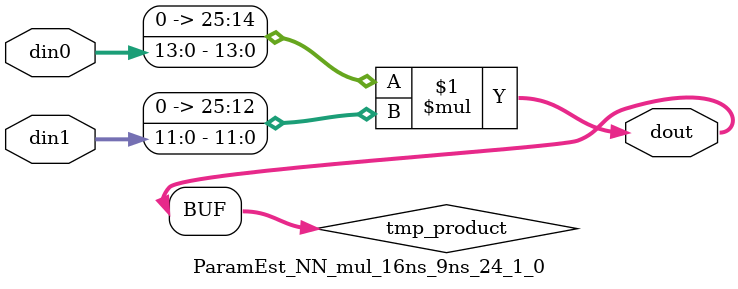
<source format=v>

`timescale 1 ns / 1 ps

  module ParamEst_NN_mul_16ns_9ns_24_1_0(din0, din1, dout);
parameter ID = 1;
parameter NUM_STAGE = 0;
parameter din0_WIDTH = 14;
parameter din1_WIDTH = 12;
parameter dout_WIDTH = 26;

input [din0_WIDTH - 1 : 0] din0; 
input [din1_WIDTH - 1 : 0] din1; 
output [dout_WIDTH - 1 : 0] dout;

wire signed [dout_WIDTH - 1 : 0] tmp_product;










assign tmp_product = $signed({1'b0, din0}) * $signed({1'b0, din1});











assign dout = tmp_product;







endmodule

</source>
